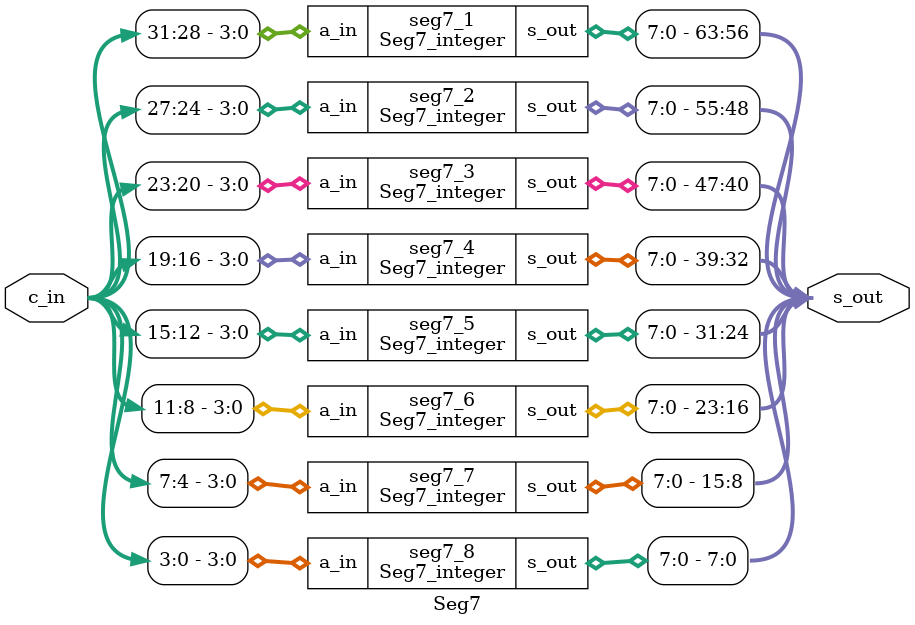
<source format=v>
module Seg7_integer(a_in , s_out);
  input [3:0] a_in;
  output [7:0] s_out;

  reg [7:0] temp;
  assign s_out = temp;
  always @(a_in) begin
  	case (a_in)
  	                  /*segdp ~ seg a*/
  	  4'b0000: temp = 8'b00111111;
  	  4'b0001: temp = 8'b00000110;
  	  4'b0010: temp = 8'b01011011;
  	  4'b0011: temp = 8'b01001111;
  	  4'b0100: temp = 8'b01100110;
  	  4'b0101: temp = 8'b01101101;
  	  4'b0110: temp = 8'b01111101;
  	  4'b0111: temp = 8'b00100111;
  	  4'b1000: temp = 8'b01111111;
  	  4'b1001: temp = 8'b01101111;
  	  default: temp = 8'b00000000;
  	endcase
  end
endmodule

module Seg7(c_in , s_out);
  input [31:0] c_in;
  output [63:0] s_out;
  //hour
  Seg7_integer seg7_1(
  	.a_in(c_in[31:28]),
  	.s_out(s_out[63:56])
  );
  Seg7_integer seg7_2(
  	.a_in(c_in[27:24]),
  	.s_out(s_out[55:48])
  );
  //minute
  Seg7_integer seg7_3(
  	.a_in(c_in[23:20]),
  	.s_out(s_out[47:40])
  );
  Seg7_integer seg7_4(
  	.a_in(c_in[19:16]),
  	.s_out(s_out[39:32])
  );
  //second
  Seg7_integer seg7_5(
  	.a_in(c_in[15:12]),
  	.s_out(s_out[31:24])
  );
  Seg7_integer seg7_6(
    .a_in(c_in[11:8]),
    .s_out(s_out[23:16])
  );
  //centisecond
  Seg7_integer seg7_7(
    .a_in(c_in[7:4]),
    .s_out(s_out[15:8])
  );
  Seg7_integer seg7_8(
    .a_in(c_in[3:0]),
    .s_out(s_out[7:0])
  );
endmodule
</source>
